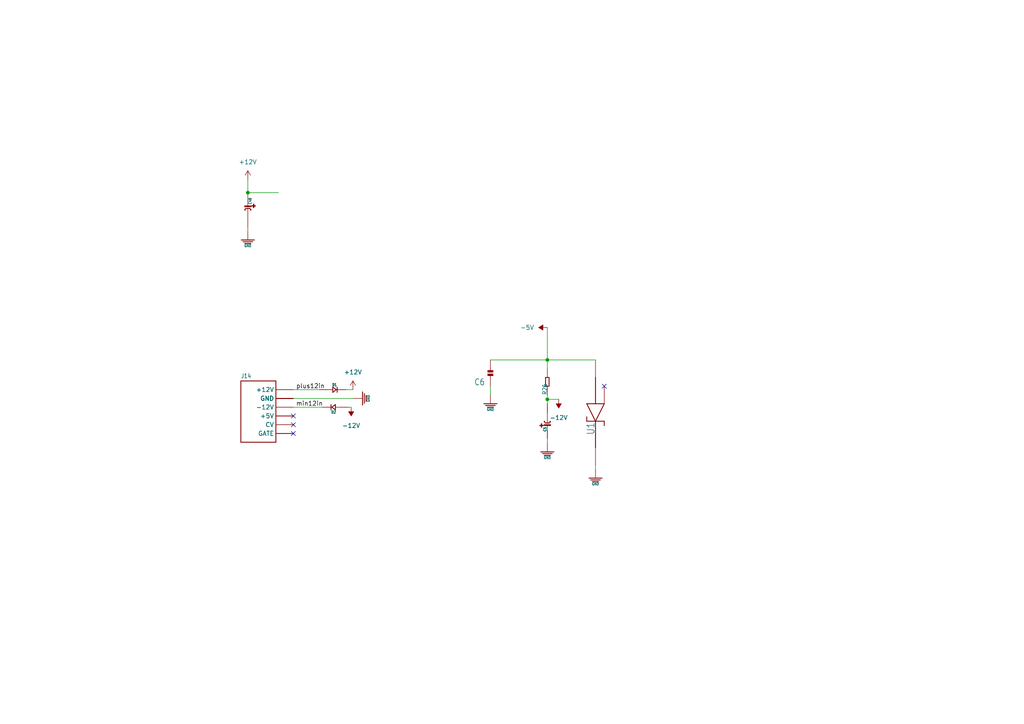
<source format=kicad_sch>
(kicad_sch (version 20211123) (generator eeschema)
  (paper "A4")
  (lib_symbols
    (symbol "TINRS - Wobbler (pico)sch-eagle-import:C-EUC0402"
      (property "Reference" "C" (at 1.524 0.381 0))
      (property "Value" "C-EUC0402" (at 1.524 -4.699 0))
      (symbol "C-EUC0402_1_0"
        (rectangle (start -0.762 -2.032) (end 0.762 -1.524) (fill (type outline)))
        (rectangle (start -0.762 -1.016) (end 0.762 -0.508) (fill (type outline)))
        (polyline (pts (xy 0 -2.54) (xy 0 -2.032)) (stroke (width 0.1524)))
        (polyline (pts (xy 0 0) (xy 0 -0.508)) (stroke (width 0.1524)))
        (pin passive line (at 0 2.54 270) (length 2.54) (name "1") (number "1"))
        (pin passive line (at 0 -5.08 90) (length 2.54) (name "2") (number "2"))
      )
    )
    (symbol "TINRS - Wobbler (pico)sch-eagle-import:C-POLAR-A"
      (property "Reference" "C" (at -1.651 0.254 0))
      (property "Value" "C-POLAR-A" (at 0.762 0.254 0))
      (symbol "C-POLAR-A_1_0"
        (rectangle (start -1.778 1.5875) (end -0.6985 1.778) (fill (type outline)))
        (rectangle (start -1.7145 1.651) (end -0.762 1.778) (fill (type outline)))
        (rectangle (start -1.3335 1.143) (end -1.143 1.2065) (fill (type outline)))
        (rectangle (start -1.3335 1.2065) (end -1.2065 2.2225) (fill (type outline)))
        (rectangle (start -1.27 -0.9525) (end -0.9525 0.9525) (fill (type outline)))
        (rectangle (start -1.2065 1.2065) (end -1.143 2.2225) (fill (type outline)))
        (arc (start -0.508 -0.4445) (mid -0.3964 -0.7139) (end -0.127 -0.8255) (stroke (width 0.254)))
        (rectangle (start -0.127 -0.9525) (end 0 -0.6985) (fill (type outline)))
        (rectangle (start -0.127 0.6985) (end 0 0.889) (fill (type outline)))
        (arc (start -0.127 0.8255) (mid -0.3963 0.7138) (end -0.508 0.4445) (stroke (width 0.254)))
        (rectangle (start -0.127 0.889) (end 0 0.9525) (fill (type outline)))
        (polyline (pts (xy -1.27 0) (xy -2.54 0)) (stroke (width 0.1524)))
        (polyline (pts (xy -0.508 0) (xy 2.54 0)) (stroke (width 0.1524)))
        (polyline (pts (xy -0.508 0.4445) (xy -0.508 -0.4445)) (stroke (width 0.254)))
        (pin bidirectional line (at -5.08 0 0) (length 2.54) (name "1") (number "+"))
        (pin bidirectional line (at 5.08 0 180) (length 2.54) (name "2") (number "-"))
      )
    )
    (symbol "TINRS - Wobbler (pico)sch-eagle-import:D-SMA"
      (property "Reference" "D" (at 0.508 1.016 0))
      (property "Value" "D-SMA" (at 0.508 -1.016 0))
      (symbol "D-SMA_1_0"
        (polyline (pts (xy -1.27 0) (xy 0 0)) (stroke (width 0.1524)))
        (polyline (pts (xy 0 -0.762) (xy 0 0)) (stroke (width 0.254)))
        (polyline (pts (xy 0 -0.762) (xy 1.016 0)) (stroke (width 0.254)))
        (polyline (pts (xy 0 0) (xy 0 0.762)) (stroke (width 0.254)))
        (polyline (pts (xy 0 0.762) (xy 1.016 0)) (stroke (width 0.254)))
        (polyline (pts (xy 1.27 0.762) (xy 1.27 -0.762)) (stroke (width 0.254)))
        (pin passive line (at -3.81 0 0) (length 2.54) (name "+") (number "1"))
        (pin passive line (at 3.81 0 180) (length 2.54) (name "-") (number "2"))
      )
    )
    (symbol "TINRS - Wobbler (pico)sch-eagle-import:GND" (power)
      (property "Value" "GND" (at 0 -1.27 0))
      (symbol "GND_1_0"
        (polyline (pts (xy -1.905 0) (xy 1.905 0)) (stroke (width 0.254)))
        (polyline (pts (xy -1.397 -0.508) (xy 1.397 -0.508)) (stroke (width 0.254)))
        (polyline (pts (xy -0.889 -1.016) (xy 0.889 -1.016)) (stroke (width 0.254)))
        (pin power_in line (at 0 2.54 270) (length 2.54) (name "GND") (number "1"))
      )
    )
    (symbol "TINRS - Wobbler (pico)sch-eagle-import:LM4040DIM3-5.0"
      (property "Reference" "U" (at -4.826 2.7686 0))
      (property "Value" "LM4040DIM3-5.0" (at -5.5372 -8.3312 0))
      (symbol "LM4040DIM3-5.0_1_0"
        (polyline (pts (xy -2.54 -5.08) (xy -3.81 -5.08)) (stroke (width 0.254)))
        (polyline (pts (xy -2.54 -5.08) (xy -2.54 -2.54)) (stroke (width 0.254)))
        (polyline (pts (xy -2.54 -2.54) (xy -10.16 -2.54)) (stroke (width 0.254)))
        (polyline (pts (xy -2.54 -2.54) (xy -2.54 0)) (stroke (width 0.254)))
        (polyline (pts (xy -2.54 -2.54) (xy 2.54 -5.08)) (stroke (width 0.254)))
        (polyline (pts (xy -2.54 0) (xy -1.27 0)) (stroke (width 0.254)))
        (polyline (pts (xy 2.54 -5.08) (xy 2.54 -2.54)) (stroke (width 0.254)))
        (polyline (pts (xy 2.54 -2.54) (xy 2.54 0)) (stroke (width 0.254)))
        (polyline (pts (xy 2.54 0) (xy -2.54 -2.54)) (stroke (width 0.254)))
        (polyline (pts (xy 10.16 -2.54) (xy 2.54 -2.54)) (stroke (width 0.254)))
        (pin passive line (at -15.24 -2.54 0) (length 5.08) (name "CATHODE") (number "1"))
        (pin passive line (at 15.24 -2.54 180) (length 5.08) (name "ANODE") (number "2"))
        (pin passive line (at 7.62 -5.08 180) (length 5.08) (name "NC") (number "3"))
      )
    )
    (symbol "TINRS - Wobbler (pico)sch-eagle-import:POWERSHROUDED"
      (property "Reference" "J" (at -5.08 8.382 0))
      (symbol "POWERSHROUDED_1_0"
        (polyline (pts (xy -5.08 -10.16) (xy 5.08 -10.16)) (stroke (width 0.254)))
        (polyline (pts (xy -5.08 7.62) (xy -5.08 -10.16)) (stroke (width 0.254)))
        (polyline (pts (xy 5.08 -10.16) (xy 5.08 7.62)) (stroke (width 0.254)))
        (polyline (pts (xy 5.08 7.62) (xy -5.08 7.62)) (stroke (width 0.254)))
        (pin bidirectional line (at 10.16 0 180) (length 5.08) (name "-12V") (number "1"))
        (pin bidirectional line (at 10.16 5.08 180) (length 5.08) (name "+12V") (number "10"))
        (pin bidirectional line (at 10.16 -2.54 180) (length 5.08) (name "+5V") (number "11"))
        (pin bidirectional line (at 10.16 -2.54 180) (length 5.08) (name "+5V") (number "12"))
        (pin bidirectional line (at 10.16 -5.08 180) (length 5.08) (name "CV") (number "13"))
        (pin bidirectional line (at 10.16 -5.08 180) (length 5.08) (name "CV") (number "14"))
        (pin bidirectional line (at 10.16 -7.62 180) (length 5.08) (name "GATE") (number "15"))
        (pin bidirectional line (at 10.16 -7.62 180) (length 5.08) (name "GATE") (number "16"))
        (pin bidirectional line (at 10.16 0 180) (length 5.08) (name "-12V") (number "2"))
        (pin bidirectional line (at 10.16 2.54 180) (length 5.08) (name "GND") (number "3"))
        (pin bidirectional line (at 10.16 2.54 180) (length 5.08) (name "GND") (number "4"))
        (pin bidirectional line (at 10.16 2.54 180) (length 5.08) (name "GND") (number "5"))
        (pin bidirectional line (at 10.16 2.54 180) (length 5.08) (name "GND") (number "6"))
        (pin bidirectional line (at 10.16 2.54 180) (length 5.08) (name "GND") (number "7"))
        (pin bidirectional line (at 10.16 2.54 180) (length 5.08) (name "GND") (number "8"))
        (pin bidirectional line (at 10.16 5.08 180) (length 5.08) (name "+12V") (number "9"))
      )
    )
    (symbol "TINRS - Wobbler (pico)sch-eagle-import:R-0603"
      (property "Reference" "R" (at -3.81 0 0))
      (property "Value" "R-0603" (at 2.54 0 0))
      (symbol "R-0603_1_0"
        (polyline (pts (xy -1.27 -0.508) (xy -1.27 0.508)) (stroke (width 0.254)))
        (polyline (pts (xy -1.27 0.508) (xy 1.27 0.508)) (stroke (width 0.254)))
        (polyline (pts (xy 1.27 -0.508) (xy -1.27 -0.508)) (stroke (width 0.254)))
        (polyline (pts (xy 1.27 0.508) (xy 1.27 -0.508)) (stroke (width 0.254)))
        (pin passive line (at -3.81 0 0) (length 2.54) (name "1") (number "1"))
        (pin passive line (at 3.81 0 180) (length 2.54) (name "2") (number "2"))
      )
    )
    (symbol "power:+12V" (power) (pin_names (offset 0))
      (property "Value" "+12V" (at 0 3.556 0))
      (symbol "+12V_0_1"
        (polyline (pts (xy -0.762 1.27) (xy 0 2.54)))
        (polyline (pts (xy 0 0) (xy 0 2.54)))
        (polyline (pts (xy 0 2.54) (xy 0.762 1.27)))
      )
      (symbol "+12V_1_1"
        (pin power_in line (at 0 0 90) (length 0) hide (name "+12V") (number "1"))
      )
    )
    (symbol "power:-12V" (power) (pin_names (offset 0))
      (property "Value" "-12V" (at 0 3.81 0))
      (symbol "-12V_0_0"
        (pin power_in line (at 0 0 90) (length 0) hide (name "-12V") (number "1"))
      )
      (symbol "-12V_0_1"
        (polyline (pts (xy 0 0) (xy 0 1.27) (xy 0.762 1.27) (xy 0 2.54) (xy -0.762 1.27) (xy 0 1.27)) (fill (type outline)))
      )
    )
    (symbol "power:-5V" (power) (pin_names (offset 0))
      (property "Value" "-5V" (at 0 3.81 0))
      (symbol "-5V_0_0"
        (pin power_in line (at 0 0 90) (length 0) hide (name "-5V") (number "1"))
      )
      (symbol "-5V_0_1"
        (polyline (pts (xy 0 0) (xy 0 1.27) (xy 0.762 1.27) (xy 0 2.54) (xy -0.762 1.27) (xy 0 1.27)) (fill (type outline)))
      )
    )
  )
  (junction (at 158.75 115.824))
  (junction (at 158.75 104.394))
  (junction (at 71.882 55.88))
  (no_connect (at 175.26 112.014))
  (no_connect (at 85.09 125.73))
  (no_connect (at 85.09 123.19))
  (no_connect (at 85.09 120.65))
  (wire (pts (xy 172.72 136.144) (xy 172.72 134.874)))
  (wire (pts (xy 158.75 106.934) (xy 158.75 104.394)))
  (wire (pts (xy 158.75 94.996) (xy 158.75 104.394)))
  (wire (pts (xy 158.75 115.824) (xy 158.75 117.094)))
  (wire (pts (xy 85.09 115.57) (xy 102.616 115.57)))
  (wire (pts (xy 101.092 118.11) (xy 101.854 118.11)))
  (wire (pts (xy 93.472 118.11) (xy 85.09 118.11)))
  (wire (pts (xy 71.882 52.07) (xy 71.882 55.88)))
  (wire (pts (xy 158.75 127.254) (xy 158.75 128.524)))
  (wire (pts (xy 158.75 115.824) (xy 158.75 114.554)))
  (wire (pts (xy 71.882 67.056) (xy 71.882 66.04)))
  (wire (pts (xy 71.882 55.88) (xy 80.772 55.88)))
  (wire (pts (xy 158.75 104.394) (xy 172.72 104.394)))
  (wire (pts (xy 158.75 115.824) (xy 162.052 115.824)))
  (wire (pts (xy 158.75 104.394) (xy 142.24 104.394)))
  (wire (pts (xy 100.33 113.03) (xy 102.362 113.03)))
  (wire (pts (xy 142.24 114.554) (xy 142.24 112.014)))
  (wire (pts (xy 85.09 113.03) (xy 92.71 113.03)))
  (label "plus12in" (at 85.852 113.03 0))
  (label "min12in" (at 85.852 118.11 0))
  (symbol (lib_id "TINRS - Wobbler (pico)sch-eagle-import:GND") (at 71.882 69.596 0) (unit 1)
    (property "Reference" "#GND036" (effects hide))
    (property "Value" "GND" (at 71.882 70.866 0) (effects (font (size 0.762 0.6477)) (justify top)))
  )
  (symbol (lib_id "TINRS - Wobbler (pico)sch-eagle-import:C-POLAR-A") (at 158.75 122.174 90) (unit 1)
    (property "Reference" "C5" (at 158.496 123.825 0) (effects (font (size 0.762 0.6477)) (justify right bottom)))
    (property "Value" "10uF" (at 158.496 121.412 0) (effects (font (size 0.762 0.6477)) (justify left bottom)))
    (property "Footprint" "CASE-A_3216" (effects hide))
    (property "Value" "197427" (effects hide))
  )
  (symbol (lib_id "TINRS - Wobbler (pico)sch-eagle-import:D-SMA") (at 97.282 118.11 180) (unit 1)
    (property "Reference" "D2" (at 96.774 119.126 0) (effects (font (size 0.762 0.6477)) (justify bottom)))
    (property "Value" "C8678" (at 96.774 117.094 0) (effects (font (size 0.762 0.6477)) (justify top)))
    (property "Footprint" "DO-214AC" (effects hide))
    (property "Value" "D-SMA" (effects hide))
  )
  (symbol (lib_id "power:+12V") (at 102.362 113.03 0) (unit 1)
    (property "Reference" "#PWR0150" (effects hide))
    (property "Value" "+12V" (at 102.362 107.95 0))
  )
  (symbol (lib_id "TINRS - Wobbler (pico)sch-eagle-import:GND") (at 172.72 138.684 0) (unit 1)
    (property "Reference" "#GND024" (effects hide))
    (property "Value" "GND" (at 172.72 139.954 0) (effects (font (size 0.762 0.6477)) (justify top)))
  )
  (symbol (lib_id "TINRS - Wobbler (pico)sch-eagle-import:GND") (at 142.24 117.094 0) (unit 1)
    (property "Reference" "#GND025" (effects hide))
    (property "Value" "GND" (at 142.24 118.364 0) (effects (font (size 0.762 0.6477)) (justify top)))
  )
  (symbol (lib_id "power:-5V") (at 158.75 94.996 90) (unit 1)
    (property "Reference" "#PWR0147" (effects hide))
    (property "Value" "-5V" (at 154.94 94.9959 90) (effects (justify left)))
  )
  (symbol (lib_id "TINRS - Wobbler (pico)sch-eagle-import:GND") (at 105.156 115.57 90) (unit 1)
    (property "Reference" "#GND01" (effects hide))
    (property "Value" "GND" (at 106.426 115.57 0) (effects (font (size 0.762 0.6477)) (justify top)))
  )
  (symbol (lib_id "TINRS - Wobbler (pico)sch-eagle-import:POWERSHROUDED") (at 74.93 118.11 0) (unit 1)
    (property "Reference" "J14" (at 69.85 109.728 0) (effects (font (size 1.27 1.0795)) (justify left bottom)))
    (property "Value" "POWERSHROUDED" (effects hide))
    (property "Footprint" "POWER_16_SHROUDED" (effects hide))
    (property "Value" "unknown" (effects hide))
  )
  (symbol (lib_id "power:-12V") (at 162.052 115.824 180) (unit 1)
    (property "Reference" "#PWR0146" (effects hide))
    (property "Value" "-12V" (at 162.052 121.158 0))
  )
  (symbol (lib_id "TINRS - Wobbler (pico)sch-eagle-import:D-SMA") (at 96.52 113.03 0) (unit 1)
    (property "Reference" "D1" (at 97.028 112.014 0) (effects (font (size 0.762 0.6477)) (justify bottom)))
    (property "Value" "C8678" (at 97.028 114.046 0) (effects (font (size 0.762 0.6477)) (justify top)))
    (property "Footprint" "DO-214AC" (effects hide))
    (property "Value" "D-SMA" (effects hide))
  )
  (symbol (lib_id "TINRS - Wobbler (pico)sch-eagle-import:C-POLAR-A") (at 71.882 60.96 270) (unit 1)
    (property "Reference" "C48" (at 72.136 59.309 0) (effects (font (size 0.762 0.6477)) (justify right bottom)))
    (property "Value" "10uF" (at 72.136 61.722 0) (effects (font (size 0.762 0.6477)) (justify left bottom)))
    (property "Footprint" "CASE-A_3216" (effects hide))
    (property "Value" "197427" (effects hide))
  )
  (symbol (lib_id "power:+12V") (at 71.882 52.07 0) (unit 1)
    (property "Reference" "#PWR0151" (effects hide))
    (property "Value" "+12V" (at 71.882 46.99 0))
  )
  (symbol (lib_id "TINRS - Wobbler (pico)sch-eagle-import:C-EUC0402") (at 142.24 109.474 180) (unit 1)
    (property "Reference" "C6" (at 140.716 109.855 0) (effects (font (size 1.778 1.5113)) (justify left bottom)))
    (property "Value" "100nF" (at 140.716 104.775 0) (effects (font (size 1.778 1.5113)) (justify left bottom)))
    (property "Footprint" "Capacitor_SMD:C_0402_1005Metric" (effects hide))
    (property "Value" "1301804" (effects hide))
  )
  (symbol (lib_id "TINRS - Wobbler (pico)sch-eagle-import:GND") (at 158.75 131.064 0) (unit 1)
    (property "Reference" "#GND023" (effects hide))
    (property "Value" "GND" (at 158.75 132.334 0) (effects (font (size 0.762 0.6477)) (justify top)))
  )
  (symbol (lib_id "TINRS - Wobbler (pico)sch-eagle-import:R-0603") (at 158.75 110.744 90) (unit 1)
    (property "Reference" "R26" (at 158.75 114.554 0) (effects (font (size 1.27 1.0795)) (justify left bottom)))
    (property "Value" "10k" (at 158.75 108.204 0) (effects (font (size 1.27 1.0795)) (justify left bottom)))
    (property "Footprint" "Resistor_SMD:R_0402_1005Metric" (effects hide))
    (property "Value" "unknown" (effects hide))
  )
  (symbol (lib_id "power:-12V") (at 101.854 118.11 180) (unit 1)
    (property "Reference" "#PWR0152" (effects hide))
    (property "Value" "-12V" (at 101.854 123.444 0))
  )
  (symbol (lib_id "TINRS - Wobbler (pico)sch-eagle-import:LM4040DIM3-5.0") (at 170.18 119.634 90) (unit 1)
    (property "Reference" "U1" (at 172.466 126.238 0) (effects (font (size 2.0828 1.7703)) (justify left bottom)))
    (property "Value" "LM4040DIM3-5.0" (at 180.34 128.27 0) (effects (font (size 2.0828 1.7703)) (justify left bottom)))
    (property "Footprint" "TINRS - Wobbler (pico)sch:SOT95P237X112-3N" (effects hide))
    (property "Value" "9778330" (effects hide))
  )
)
</source>
